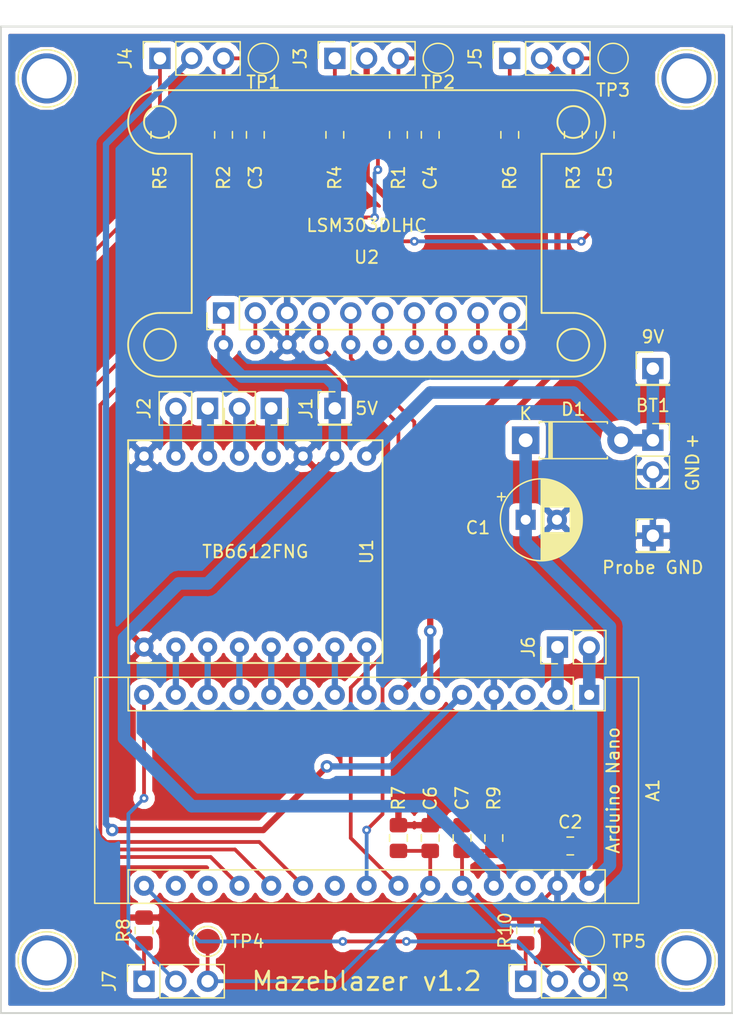
<source format=kicad_pcb>
(kicad_pcb (version 20171130) (host pcbnew 5.0.2-bee76a0~70~ubuntu18.04.1)
  (layers (0 F.Cu signal) (31 B.Cu signal) (34 B.Paste user) (35 F.Paste user) (36 B.SilkS user) (37 F.SilkS user) (38 B.Mask user) (39 F.Mask user) (44 Edge.Cuts user))
  (net 0 "")
  (net 1 "Net-(A1-Pad1)")
  (net 2 "Net-(A1-Pad17)")
  (net 3 "Net-(A1-Pad2)")
  (net 4 "Net-(A1-Pad18)")
  (net 5 "Net-(A1-Pad3)")
  (net 6 dist-sig-1)
  (net 7 dist-sig-2)
  (net 8 dist-led-1)
  (net 9 dist-sig-3)
  (net 10 dist-led-2)
  (net 11 dist-sig-4)
  (net 12 dist-led-3)
  (net 13 dist-sig-5)
  (net 14 dist-led-4)
  (net 15 dist-led-5)
  (net 16 +5V)
  (net 17 "Net-(A1-Pad28)")
  (net 18 GND)
  (net 19 +9V)
  (net 20 "Net-(J1-Pad1)")
  (net 21 "Net-(J1-Pad2)")
  (net 22 "Net-(J2-Pad2)")
  (net 23 "Net-(J2-Pad1)")
  (net 24 "Net-(J3-Pad1)")
  (net 25 "Net-(J4-Pad1)")
  (net 26 "Net-(J5-Pad1)")
  (net 27 "Net-(J7-Pad1)")
  (net 28 "Net-(J8-Pad1)")
  (net 29 "Net-(A1-Pad11)")
  (net 30 "Net-(A1-Pad14)")
  (net 31 "Net-(A1-Pad8)")
  (net 32 "Net-(A1-Pad9)")
  (net 33 "Net-(A1-Pad10)")
  (net 34 "Net-(A1-Pad12)")
  (net 35 "Net-(A1-Pad13)")
  (net 36 "Net-(A1-Pad22)")
  (net 37 IMU_SDA)
  (net 38 IMU_SCL)
  (net 39 V_a)
  (net 40 "Net-(U2-Pad2)")
  (net 41 "Net-(U2-Pad6)")
  (net 42 "Net-(U2-Pad7)")
  (net 43 "Net-(U2-Pad8)")
  (net 44 "Net-(U2-Pad9)")
  (net 45 "Net-(U2-Pad10)")
  (module Connector_PinHeader_2.54mm:PinHeader_1x01_P2.54mm_Vertical (layer F.Cu) (at 130.81 75.565)
    (fp_text reference "" (at 0 -2.33) (layer F.SilkS))
    (fp_text value "")
    (pad 1 thru_hole rect (at 0 0) (size 1.7 1.7) (drill 1) (layers *.Cu *.Mask) (net 19 +9V))
  )
  (module TestPoint:TestPoint_Pad_D2.0mm (layer F.Cu) (at 125.73 121.285)
    (fp_text reference TP5 (at 3.175 0) (layer F.SilkS))
    (fp_text value "")
    (pad 1 smd circle (at 0 0) (size 2 2) (layers F.Cu F.Mask) (net 13 dist-sig-5))
  )
  (module TestPoint:TestPoint_Pad_D2.0mm (layer F.Cu) (at 95.25 121.285)
    (fp_text reference TP4 (at 3.175 0) (layer F.SilkS))
    (fp_text value "")
    (pad 1 smd circle (at 0 0) (size 2 2) (layers F.Cu F.Mask) (net 11 dist-sig-4))
  )
  (module TestPoint:TestPoint_Pad_D2.0mm (layer F.Cu) (at 127.635 50.8)
    (fp_text reference TP3 (at 0 2.54) (layer F.SilkS))
    (fp_text value "")
    (pad 1 smd circle (at 0 0) (size 2 2) (layers F.Cu F.Mask) (net 9 dist-sig-3))
  )
  (module TestPoint:TestPoint_Pad_D2.0mm (layer F.Cu) (at 113.665 50.8)
    (fp_text reference TP2 (at 0 1.905) (layer F.SilkS))
    (fp_text value "")
    (pad 1 smd circle (at 0 0) (size 2 2) (layers F.Cu F.Mask) (net 7 dist-sig-2))
  )
  (module TestPoint:TestPoint_Plated_Hole_D3.0mm (layer F.Cu) (at 82.4 122.8)
    (fp_text reference "" (at 0 -3.048) (layer F.SilkS))
    (fp_text value "")
    (pad "" thru_hole circle (at 0 0) (size 4 4) (drill 3.2) (layers *.Cu *.Mask))
  )
  (module TestPoint:TestPoint_Plated_Hole_D3.0mm (layer F.Cu) (at 133.5 122.8)
    (fp_text reference "" (at 0 -3.048) (layer F.SilkS))
    (fp_text value "")
    (pad "" thru_hole circle (at 0 0) (size 4 4) (drill 3.2) (layers *.Cu *.Mask))
  )
  (module TestPoint:TestPoint_Plated_Hole_D3.0mm (layer F.Cu) (at 133.5 52.4)
    (fp_text reference "" (at 0 -3.048) (layer F.SilkS))
    (fp_text value "")
    (pad "" thru_hole circle (at 0 0) (size 4 4) (drill 3.2) (layers *.Cu *.Mask))
  )
  (module TestPoint:TestPoint_Plated_Hole_D3.0mm (layer F.Cu) (at 82.4 52.4)
    (fp_text reference "" (at 0 -3.048) (layer F.SilkS))
    (fp_text value "")
    (pad "" thru_hole circle (at 0 0) (size 4 4) (drill 3.2) (layers *.Cu *.Mask))
  )
  (module Module:Arduino_Nano (layer F.Cu) (at 125.73 101.6 270)
    (fp_text reference A1 (at 7.62 -5.08 270) (layer F.SilkS))
    (fp_text value Arduino_Nano_v3.x)
    (pad 1 thru_hole rect (at 0 0 270) (size 1.6 1.6) (drill 0.8) (layers *.Cu *.Mask) (net 1 "Net-(A1-Pad1)"))
    (pad 17 thru_hole oval (at 15.24 33.02 270) (size 1.6 1.6) (drill 0.8) (layers *.Cu *.Mask) (net 2 "Net-(A1-Pad17)"))
    (pad 2 thru_hole oval (at 0 2.54 270) (size 1.6 1.6) (drill 0.8) (layers *.Cu *.Mask) (net 3 "Net-(A1-Pad2)"))
    (pad 18 thru_hole oval (at 15.24 30.48 270) (size 1.6 1.6) (drill 0.8) (layers *.Cu *.Mask) (net 4 "Net-(A1-Pad18)"))
    (pad 3 thru_hole oval (at 0 5.08 270) (size 1.6 1.6) (drill 0.8) (layers *.Cu *.Mask) (net 5 "Net-(A1-Pad3)"))
    (pad 19 thru_hole oval (at 15.24 27.94 270) (size 1.6 1.6) (drill 0.8) (layers *.Cu *.Mask) (net 6 dist-sig-1))
    (pad 4 thru_hole oval (at 0 7.62 270) (size 1.6 1.6) (drill 0.8) (layers *.Cu *.Mask) (net 18 GND))
    (pad 20 thru_hole oval (at 15.24 25.4 270) (size 1.6 1.6) (drill 0.8) (layers *.Cu *.Mask) (net 7 dist-sig-2))
    (pad 5 thru_hole oval (at 0 10.16 270) (size 1.6 1.6) (drill 0.8) (layers *.Cu *.Mask) (net 8 dist-led-1))
    (pad 21 thru_hole oval (at 15.24 22.86 270) (size 1.6 1.6) (drill 0.8) (layers *.Cu *.Mask) (net 9 dist-sig-3))
    (pad 6 thru_hole oval (at 0 12.7 270) (size 1.6 1.6) (drill 0.8) (layers *.Cu *.Mask) (net 10 dist-led-2))
    (pad 22 thru_hole oval (at 15.24 20.32 270) (size 1.6 1.6) (drill 0.8) (layers *.Cu *.Mask) (net 36 "Net-(A1-Pad22)"))
    (pad 7 thru_hole oval (at 0 15.24 270) (size 1.6 1.6) (drill 0.8) (layers *.Cu *.Mask) (net 12 dist-led-3))
    (pad 23 thru_hole oval (at 15.24 17.78 270) (size 1.6 1.6) (drill 0.8) (layers *.Cu *.Mask) (net 37 IMU_SDA))
    (pad 8 thru_hole oval (at 0 17.78 270) (size 1.6 1.6) (drill 0.8) (layers *.Cu *.Mask) (net 31 "Net-(A1-Pad8)"))
    (pad 24 thru_hole oval (at 15.24 15.24 270) (size 1.6 1.6) (drill 0.8) (layers *.Cu *.Mask) (net 38 IMU_SCL))
    (pad 9 thru_hole oval (at 0 20.32 270) (size 1.6 1.6) (drill 0.8) (layers *.Cu *.Mask) (net 32 "Net-(A1-Pad9)"))
    (pad 25 thru_hole oval (at 15.24 12.7 270) (size 1.6 1.6) (drill 0.8) (layers *.Cu *.Mask) (net 11 dist-sig-4))
    (pad 10 thru_hole oval (at 0 22.86 270) (size 1.6 1.6) (drill 0.8) (layers *.Cu *.Mask) (net 33 "Net-(A1-Pad10)"))
    (pad 26 thru_hole oval (at 15.24 10.16 270) (size 1.6 1.6) (drill 0.8) (layers *.Cu *.Mask) (net 13 dist-sig-5))
    (pad 11 thru_hole oval (at 0 25.4 270) (size 1.6 1.6) (drill 0.8) (layers *.Cu *.Mask) (net 29 "Net-(A1-Pad11)"))
    (pad 27 thru_hole oval (at 15.24 7.62 270) (size 1.6 1.6) (drill 0.8) (layers *.Cu *.Mask) (net 16 +5V))
    (pad 12 thru_hole oval (at 0 27.94 270) (size 1.6 1.6) (drill 0.8) (layers *.Cu *.Mask) (net 34 "Net-(A1-Pad12)"))
    (pad 28 thru_hole oval (at 15.24 5.08 270) (size 1.6 1.6) (drill 0.8) (layers *.Cu *.Mask) (net 17 "Net-(A1-Pad28)"))
    (pad 13 thru_hole oval (at 0 30.48 270) (size 1.6 1.6) (drill 0.8) (layers *.Cu *.Mask) (net 35 "Net-(A1-Pad13)"))
    (pad 29 thru_hole oval (at 15.24 2.54 270) (size 1.6 1.6) (drill 0.8) (layers *.Cu *.Mask) (net 18 GND))
    (pad 14 thru_hole oval (at 0 33.02 270) (size 1.6 1.6) (drill 0.8) (layers *.Cu *.Mask) (net 30 "Net-(A1-Pad14)"))
    (pad 30 thru_hole oval (at 15.24 0 270) (size 1.6 1.6) (drill 0.8) (layers *.Cu *.Mask) (net 39 V_a))
    (pad 15 thru_hole oval (at 0 35.56 270) (size 1.6 1.6) (drill 0.8) (layers *.Cu *.Mask) (net 14 dist-led-4))
    (pad 16 thru_hole oval (at 15.24 35.56 270) (size 1.6 1.6) (drill 0.8) (layers *.Cu *.Mask) (net 15 dist-led-5))
  )
  (module Connector_PinSocket_2.54mm:PinSocket_1x02_P2.54mm_Vertical (layer F.Cu) (at 130.81 81.28)
    (fp_text reference BT1 (at 0 -2.77) (layer F.SilkS))
    (fp_text value Battery)
    (pad 1 thru_hole rect (at 0 0) (size 1.7 1.7) (drill 1) (layers *.Cu *.Mask) (net 19 +9V))
    (pad 2 thru_hole oval (at 0 2.54) (size 1.7 1.7) (drill 1) (layers *.Cu *.Mask) (net 18 GND))
  )
  (module Capacitor_THT:CP_Radial_D6.3mm_P2.50mm (layer F.Cu) (at 120.65 87.63)
    (fp_text reference C1 (at -3.81 0.635) (layer F.SilkS))
    (fp_text value 100u)
    (pad 1 thru_hole rect (at 0 0) (size 1.6 1.6) (drill 0.8) (layers *.Cu *.Mask) (net 39 V_a))
    (pad 2 thru_hole circle (at 2.5 0) (size 1.6 1.6) (drill 0.8) (layers *.Cu *.Mask) (net 18 GND))
  )
  (module Capacitor_SMD:C_0805_2012Metric_Pad1.15x1.40mm_HandSolder (layer F.Cu) (at 124.215 113.665 180)
    (fp_text reference C2 (at 0 1.905 180) (layer F.SilkS))
    (fp_text value 100n)
    (pad 2 smd roundrect (at 1.025 0 180) (size 1.15 1.4) (layers F.Cu F.Paste F.Mask) (roundrect_rratio 0.217391) (net 18 GND))
    (pad 1 smd roundrect (at -1.025 0 180) (size 1.15 1.4) (layers F.Cu F.Paste F.Mask) (roundrect_rratio 0.217391) (net 39 V_a))
  )
  (module Capacitor_SMD:C_0805_2012Metric_Pad1.15x1.40mm_HandSolder (layer F.Cu) (at 99.06 56.905 270)
    (fp_text reference C3 (at 3.42 0 270) (layer F.SilkS))
    (fp_text value 100n)
    (pad 1 smd roundrect (at -1.025 0 270) (size 1.15 1.4) (layers F.Cu F.Paste F.Mask) (roundrect_rratio 0.217391) (net 6 dist-sig-1))
    (pad 2 smd roundrect (at 1.025 0 270) (size 1.15 1.4) (layers F.Cu F.Paste F.Mask) (roundrect_rratio 0.217391) (net 18 GND))
  )
  (module Capacitor_SMD:C_0805_2012Metric_Pad1.15x1.40mm_HandSolder (layer F.Cu) (at 113.03 56.905 270)
    (fp_text reference C4 (at 3.42 0 270) (layer F.SilkS))
    (fp_text value 100n)
    (pad 1 smd roundrect (at -1.025 0 270) (size 1.15 1.4) (layers F.Cu F.Paste F.Mask) (roundrect_rratio 0.217391) (net 7 dist-sig-2))
    (pad 2 smd roundrect (at 1.025 0 270) (size 1.15 1.4) (layers F.Cu F.Paste F.Mask) (roundrect_rratio 0.217391) (net 18 GND))
  )
  (module Capacitor_SMD:C_0805_2012Metric_Pad1.15x1.40mm_HandSolder (layer F.Cu) (at 127 56.905 270)
    (fp_text reference C5 (at 3.42 0 270) (layer F.SilkS))
    (fp_text value 100n)
    (pad 2 smd roundrect (at 1.025 0 270) (size 1.15 1.4) (layers F.Cu F.Paste F.Mask) (roundrect_rratio 0.217391) (net 18 GND))
    (pad 1 smd roundrect (at -1.025 0 270) (size 1.15 1.4) (layers F.Cu F.Paste F.Mask) (roundrect_rratio 0.217391) (net 9 dist-sig-3))
  )
  (module Capacitor_SMD:C_0805_2012Metric_Pad1.15x1.40mm_HandSolder (layer F.Cu) (at 113.03 113.03 90)
    (fp_text reference C6 (at 3.175 0 90) (layer F.SilkS))
    (fp_text value 100n)
    (pad 1 smd roundrect (at -1.025 0 90) (size 1.15 1.4) (layers F.Cu F.Paste F.Mask) (roundrect_rratio 0.217391) (net 11 dist-sig-4))
    (pad 2 smd roundrect (at 1.025 0 90) (size 1.15 1.4) (layers F.Cu F.Paste F.Mask) (roundrect_rratio 0.217391) (net 18 GND))
  )
  (module Capacitor_SMD:C_0805_2012Metric_Pad1.15x1.40mm_HandSolder (layer F.Cu) (at 115.57 113.03 90)
    (fp_text reference C7 (at 3.175 0 90) (layer F.SilkS))
    (fp_text value 100n)
    (pad 2 smd roundrect (at 1.025 0 90) (size 1.15 1.4) (layers F.Cu F.Paste F.Mask) (roundrect_rratio 0.217391) (net 18 GND))
    (pad 1 smd roundrect (at -1.025 0 90) (size 1.15 1.4) (layers F.Cu F.Paste F.Mask) (roundrect_rratio 0.217391) (net 13 dist-sig-5))
  )
  (module Diode_THT:D_DO-41_SOD81_P7.62mm_Horizontal (layer F.Cu) (at 120.65 81.28)
    (fp_text reference D1 (at 3.81 -2.47) (layer F.SilkS))
    (fp_text value "1N5817 ")
    (fp_text user K (at 0 -2.1) (layer F.SilkS))
    (pad 1 thru_hole rect (at 0 0) (size 2.2 2.2) (drill 1.1) (layers *.Cu *.Mask) (net 39 V_a))
    (pad 2 thru_hole oval (at 7.62 0) (size 2.2 2.2) (drill 1.1) (layers *.Cu *.Mask) (net 19 +9V))
  )
  (module Connector_PinSocket_2.54mm:PinSocket_1x02_P2.54mm_Vertical (layer F.Cu) (at 100.33 78.74 270)
    (fp_text reference J1 (at 0 -2.77 270) (layer F.SilkS))
    (fp_text value M1)
    (pad 1 thru_hole rect (at 0 0 270) (size 1.7 1.7) (drill 1) (layers *.Cu *.Mask) (net 20 "Net-(J1-Pad1)"))
    (pad 2 thru_hole oval (at 0 2.54 270) (size 1.7 1.7) (drill 1) (layers *.Cu *.Mask) (net 21 "Net-(J1-Pad2)"))
  )
  (module Connector_PinSocket_2.54mm:PinSocket_1x02_P2.54mm_Vertical (layer F.Cu) (at 95.25 78.74 270)
    (fp_text reference J2 (at 0 5.08 270) (layer F.SilkS))
    (fp_text value M2)
    (pad 2 thru_hole oval (at 0 2.54 270) (size 1.7 1.7) (drill 1) (layers *.Cu *.Mask) (net 22 "Net-(J2-Pad2)"))
    (pad 1 thru_hole rect (at 0 0 270) (size 1.7 1.7) (drill 1) (layers *.Cu *.Mask) (net 23 "Net-(J2-Pad1)"))
  )
  (module Connector_PinSocket_2.54mm:PinSocket_1x03_P2.54mm_Vertical (layer F.Cu) (at 105.41 50.8 90)
    (fp_text reference J3 (at 0 -2.77 90) (layer F.SilkS))
    (fp_text value "sensor 2")
    (pad 1 thru_hole rect (at 0 0 90) (size 1.7 1.7) (drill 1) (layers *.Cu *.Mask) (net 24 "Net-(J3-Pad1)"))
    (pad 2 thru_hole oval (at 0 2.54 90) (size 1.7 1.7) (drill 1) (layers *.Cu *.Mask) (net 10 dist-led-2))
    (pad 3 thru_hole oval (at 0 5.08 90) (size 1.7 1.7) (drill 1) (layers *.Cu *.Mask) (net 7 dist-sig-2))
  )
  (module Connector_PinSocket_2.54mm:PinSocket_1x03_P2.54mm_Vertical (layer F.Cu) (at 91.44 50.8 90)
    (fp_text reference J4 (at 0 -2.77 90) (layer F.SilkS))
    (fp_text value "sensor 1")
    (pad 1 thru_hole rect (at 0 0 90) (size 1.7 1.7) (drill 1) (layers *.Cu *.Mask) (net 25 "Net-(J4-Pad1)"))
    (pad 2 thru_hole oval (at 0 2.54 90) (size 1.7 1.7) (drill 1) (layers *.Cu *.Mask) (net 8 dist-led-1))
    (pad 3 thru_hole oval (at 0 5.08 90) (size 1.7 1.7) (drill 1) (layers *.Cu *.Mask) (net 6 dist-sig-1))
  )
  (module Connector_PinSocket_2.54mm:PinSocket_1x03_P2.54mm_Vertical (layer F.Cu) (at 119.38 50.8 90)
    (fp_text reference J5 (at 0 -2.77 90) (layer F.SilkS))
    (fp_text value "sensor 3")
    (pad 3 thru_hole oval (at 0 5.08 90) (size 1.7 1.7) (drill 1) (layers *.Cu *.Mask) (net 9 dist-sig-3))
    (pad 2 thru_hole oval (at 0 2.54 90) (size 1.7 1.7) (drill 1) (layers *.Cu *.Mask) (net 12 dist-led-3))
    (pad 1 thru_hole rect (at 0 0 90) (size 1.7 1.7) (drill 1) (layers *.Cu *.Mask) (net 26 "Net-(J5-Pad1)"))
  )
  (module Connector_PinHeader_2.54mm:PinHeader_1x02_P2.54mm_Vertical (layer F.Cu) (at 123.19 97.79 90)
    (fp_text reference J6 (at 0 -2.33 90) (layer F.SilkS))
    (fp_text value TX/RX)
    (pad 1 thru_hole rect (at 0 0 90) (size 1.7 1.7) (drill 1) (layers *.Cu *.Mask) (net 3 "Net-(A1-Pad2)"))
    (pad 2 thru_hole oval (at 0 2.54 90) (size 1.7 1.7) (drill 1) (layers *.Cu *.Mask) (net 1 "Net-(A1-Pad1)"))
  )
  (module Connector_PinSocket_2.54mm:PinSocket_1x03_P2.54mm_Vertical (layer F.Cu) (at 90.17 124.46 90)
    (fp_text reference J7 (at 0 -2.77 90) (layer F.SilkS))
    (fp_text value "sensor 4")
    (pad 3 thru_hole oval (at 0 5.08 90) (size 1.7 1.7) (drill 1) (layers *.Cu *.Mask) (net 11 dist-sig-4))
    (pad 2 thru_hole oval (at 0 2.54 90) (size 1.7 1.7) (drill 1) (layers *.Cu *.Mask) (net 14 dist-led-4))
    (pad 1 thru_hole rect (at 0 0 90) (size 1.7 1.7) (drill 1) (layers *.Cu *.Mask) (net 27 "Net-(J7-Pad1)"))
  )
  (module Connector_PinSocket_2.54mm:PinSocket_1x03_P2.54mm_Vertical (layer F.Cu) (at 120.65 124.46 90)
    (fp_text reference J8 (at 0 7.62 90) (layer F.SilkS))
    (fp_text value "sensor 5")
    (pad 1 thru_hole rect (at 0 0 90) (size 1.7 1.7) (drill 1) (layers *.Cu *.Mask) (net 28 "Net-(J8-Pad1)"))
    (pad 2 thru_hole oval (at 0 2.54 90) (size 1.7 1.7) (drill 1) (layers *.Cu *.Mask) (net 15 dist-led-5))
    (pad 3 thru_hole oval (at 0 5.08 90) (size 1.7 1.7) (drill 1) (layers *.Cu *.Mask) (net 13 dist-sig-5))
  )
  (module Resistor_SMD:R_0805_2012Metric_Pad1.15x1.40mm_HandSolder (layer F.Cu) (at 110.49 56.905 90)
    (fp_text reference R1 (at -3.42 0 90) (layer F.SilkS))
    (fp_text value 1M)
    (pad 1 smd roundrect (at -1.025 0 90) (size 1.15 1.4) (layers F.Cu F.Paste F.Mask) (roundrect_rratio 0.217391) (net 18 GND))
    (pad 2 smd roundrect (at 1.025 0 90) (size 1.15 1.4) (layers F.Cu F.Paste F.Mask) (roundrect_rratio 0.217391) (net 7 dist-sig-2))
  )
  (module Resistor_SMD:R_0805_2012Metric_Pad1.15x1.40mm_HandSolder (layer F.Cu) (at 96.52 56.905 90)
    (fp_text reference R2 (at -3.42 0 90) (layer F.SilkS))
    (fp_text value 1M)
    (pad 2 smd roundrect (at 1.025 0 90) (size 1.15 1.4) (layers F.Cu F.Paste F.Mask) (roundrect_rratio 0.217391) (net 6 dist-sig-1))
    (pad 1 smd roundrect (at -1.025 0 90) (size 1.15 1.4) (layers F.Cu F.Paste F.Mask) (roundrect_rratio 0.217391) (net 18 GND))
  )
  (module Resistor_SMD:R_0805_2012Metric_Pad1.15x1.40mm_HandSolder (layer F.Cu) (at 124.46 56.905 90)
    (fp_text reference R3 (at -3.42 0 90) (layer F.SilkS))
    (fp_text value 1M)
    (pad 2 smd roundrect (at 1.025 0 90) (size 1.15 1.4) (layers F.Cu F.Paste F.Mask) (roundrect_rratio 0.217391) (net 9 dist-sig-3))
    (pad 1 smd roundrect (at -1.025 0 90) (size 1.15 1.4) (layers F.Cu F.Paste F.Mask) (roundrect_rratio 0.217391) (net 18 GND))
  )
  (module Resistor_SMD:R_0805_2012Metric_Pad1.15x1.40mm_HandSolder (layer F.Cu) (at 105.41 56.905 270)
    (fp_text reference R4 (at 3.42 0 270) (layer F.SilkS))
    (fp_text value 330)
    (pad 2 smd roundrect (at 1.025 0 270) (size 1.15 1.4) (layers F.Cu F.Paste F.Mask) (roundrect_rratio 0.217391) (net 18 GND))
    (pad 1 smd roundrect (at -1.025 0 270) (size 1.15 1.4) (layers F.Cu F.Paste F.Mask) (roundrect_rratio 0.217391) (net 24 "Net-(J3-Pad1)"))
  )
  (module Resistor_SMD:R_0805_2012Metric_Pad1.15x1.40mm_HandSolder (layer F.Cu) (at 91.44 56.905 270)
    (fp_text reference R5 (at 3.42 0 270) (layer F.SilkS))
    (fp_text value 330)
    (pad 1 smd roundrect (at -1.025 0 270) (size 1.15 1.4) (layers F.Cu F.Paste F.Mask) (roundrect_rratio 0.217391) (net 25 "Net-(J4-Pad1)"))
    (pad 2 smd roundrect (at 1.025 0 270) (size 1.15 1.4) (layers F.Cu F.Paste F.Mask) (roundrect_rratio 0.217391) (net 18 GND))
  )
  (module Resistor_SMD:R_0805_2012Metric_Pad1.15x1.40mm_HandSolder (layer F.Cu) (at 119.38 56.905 270)
    (fp_text reference R6 (at 3.42 0 270) (layer F.SilkS))
    (fp_text value 330)
    (pad 1 smd roundrect (at -1.025 0 270) (size 1.15 1.4) (layers F.Cu F.Paste F.Mask) (roundrect_rratio 0.217391) (net 26 "Net-(J5-Pad1)"))
    (pad 2 smd roundrect (at 1.025 0 270) (size 1.15 1.4) (layers F.Cu F.Paste F.Mask) (roundrect_rratio 0.217391) (net 18 GND))
  )
  (module Resistor_SMD:R_0805_2012Metric_Pad1.15x1.40mm_HandSolder (layer F.Cu) (at 110.49 113.03 270)
    (fp_text reference R7 (at -3.175 0 270) (layer F.SilkS))
    (fp_text value 1M)
    (pad 2 smd roundrect (at 1.025 0 270) (size 1.15 1.4) (layers F.Cu F.Paste F.Mask) (roundrect_rratio 0.217391) (net 11 dist-sig-4))
    (pad 1 smd roundrect (at -1.025 0 270) (size 1.15 1.4) (layers F.Cu F.Paste F.Mask) (roundrect_rratio 0.217391) (net 18 GND))
  )
  (module Resistor_SMD:R_0805_2012Metric_Pad1.15x1.40mm_HandSolder (layer F.Cu) (at 90.17 120.405 90)
    (fp_text reference R8 (at 0 -1.65 90) (layer F.SilkS))
    (fp_text value 330)
    (pad 1 smd roundrect (at -1.025 0 90) (size 1.15 1.4) (layers F.Cu F.Paste F.Mask) (roundrect_rratio 0.217391) (net 27 "Net-(J7-Pad1)"))
    (pad 2 smd roundrect (at 1.025 0 90) (size 1.15 1.4) (layers F.Cu F.Paste F.Mask) (roundrect_rratio 0.217391) (net 18 GND))
  )
  (module Resistor_SMD:R_0805_2012Metric_Pad1.15x1.40mm_HandSolder (layer F.Cu) (at 118.11 113.03 270)
    (fp_text reference R9 (at -3.175 0 270) (layer F.SilkS))
    (fp_text value 1M)
    (pad 1 smd roundrect (at -1.025 0 270) (size 1.15 1.4) (layers F.Cu F.Paste F.Mask) (roundrect_rratio 0.217391) (net 18 GND))
    (pad 2 smd roundrect (at 1.025 0 270) (size 1.15 1.4) (layers F.Cu F.Paste F.Mask) (roundrect_rratio 0.217391) (net 13 dist-sig-5))
  )
  (module Resistor_SMD:R_0805_2012Metric_Pad1.15x1.40mm_HandSolder (layer F.Cu) (at 120.65 120.405 90)
    (fp_text reference R10 (at 0 -1.65 90) (layer F.SilkS))
    (fp_text value 330)
    (pad 2 smd roundrect (at 1.025 0 90) (size 1.15 1.4) (layers F.Cu F.Paste F.Mask) (roundrect_rratio 0.217391) (net 18 GND))
    (pad 1 smd roundrect (at -1.025 0 90) (size 1.15 1.4) (layers F.Cu F.Paste F.Mask) (roundrect_rratio 0.217391) (net 28 "Net-(J8-Pad1)"))
  )
  (module "custom:TB6612FNG breakout" (layer F.Cu) (at 110.49 90.17 270)
    (fp_text reference U1 (at 0 2.54 270) (layer F.SilkS))
    (fp_text value TB6612FNG_Breakout)
    (pad 1 thru_hole circle (at -7.62 2.54 270) (size 1.524 1.524) (drill 0.762) (layers *.Cu *.Mask) (net 19 +9V))
    (pad 2 thru_hole circle (at -7.62 5.08 270) (size 1.524 1.524) (drill 0.762) (layers *.Cu *.Mask) (net 16 +5V))
    (pad 3 thru_hole circle (at -7.62 7.62 270) (size 1.524 1.524) (drill 0.762) (layers *.Cu *.Mask) (net 18 GND))
    (pad 4 thru_hole circle (at -7.62 10.16 270) (size 1.524 1.524) (drill 0.762) (layers *.Cu *.Mask) (net 20 "Net-(J1-Pad1)"))
    (pad 5 thru_hole circle (at -7.62 12.7 270) (size 1.524 1.524) (drill 0.762) (layers *.Cu *.Mask) (net 21 "Net-(J1-Pad2)"))
    (pad 6 thru_hole circle (at -7.62 15.24 270) (size 1.524 1.524) (drill 0.762) (layers *.Cu *.Mask) (net 23 "Net-(J2-Pad1)"))
    (pad 7 thru_hole circle (at -7.62 17.78 270) (size 1.524 1.524) (drill 0.762) (layers *.Cu *.Mask) (net 22 "Net-(J2-Pad2)"))
    (pad 8 thru_hole circle (at -7.62 20.32 270) (size 1.524 1.524) (drill 0.762) (layers *.Cu *.Mask) (net 18 GND))
    (pad 9 thru_hole circle (at 7.62 20.32 270) (size 1.524 1.524) (drill 0.762) (layers *.Cu *.Mask) (net 18 GND))
    (pad 10 thru_hole circle (at 7.62 17.78 270) (size 1.524 1.524) (drill 0.762) (layers *.Cu *.Mask) (net 30 "Net-(A1-Pad14)"))
    (pad 11 thru_hole circle (at 7.62 15.24 270) (size 1.524 1.524) (drill 0.762) (layers *.Cu *.Mask) (net 35 "Net-(A1-Pad13)"))
    (pad 12 thru_hole circle (at 7.62 12.7 270) (size 1.524 1.524) (drill 0.762) (layers *.Cu *.Mask) (net 34 "Net-(A1-Pad12)"))
    (pad 13 thru_hole circle (at 7.62 10.16 270) (size 1.524 1.524) (drill 0.762) (layers *.Cu *.Mask) (net 29 "Net-(A1-Pad11)"))
    (pad 14 thru_hole circle (at 7.62 7.62 270) (size 1.524 1.524) (drill 0.762) (layers *.Cu *.Mask) (net 33 "Net-(A1-Pad10)"))
    (pad 15 thru_hole circle (at 7.62 5.08 270) (size 1.524 1.524) (drill 0.762) (layers *.Cu *.Mask) (net 32 "Net-(A1-Pad9)"))
    (pad 16 thru_hole circle (at 7.62 2.54 270) (size 1.524 1.524) (drill 0.762) (layers *.Cu *.Mask) (net 31 "Net-(A1-Pad8)"))
  )
  (module custom:L3GD20_breakout (layer F.Cu) (at 107.95 64.77)
    (fp_text reference U2 (at 0 1.905) (layer F.SilkS))
    (fp_text value L3GD20_breakout)
    (pad 1 thru_hole circle (at -11.43 8.89) (size 1.524 1.524) (drill 0.762) (layers *.Cu *.Mask) (net 16 +5V))
    (pad 2 thru_hole circle (at -8.89 8.89) (size 1.524 1.524) (drill 0.762) (layers *.Cu *.Mask) (net 40 "Net-(U2-Pad2)"))
    (pad 3 thru_hole circle (at -6.35 8.89) (size 1.524 1.524) (drill 0.762) (layers *.Cu *.Mask) (net 18 GND))
    (pad 4 thru_hole circle (at -3.81 8.89) (size 1.524 1.524) (drill 0.762) (layers *.Cu *.Mask) (net 38 IMU_SCL))
    (pad 5 thru_hole circle (at -1.27 8.89) (size 1.524 1.524) (drill 0.762) (layers *.Cu *.Mask) (net 37 IMU_SDA))
    (pad 6 thru_hole circle (at 1.27 8.89) (size 1.524 1.524) (drill 0.762) (layers *.Cu *.Mask) (net 41 "Net-(U2-Pad6)"))
    (pad 7 thru_hole circle (at 3.81 8.89) (size 1.524 1.524) (drill 0.762) (layers *.Cu *.Mask) (net 42 "Net-(U2-Pad7)"))
    (pad 8 thru_hole circle (at 6.35 8.89) (size 1.524 1.524) (drill 0.762) (layers *.Cu *.Mask) (net 43 "Net-(U2-Pad8)"))
    (pad 9 thru_hole circle (at 8.89 8.89) (size 1.524 1.524) (drill 0.762) (layers *.Cu *.Mask) (net 44 "Net-(U2-Pad9)"))
    (pad 10 thru_hole circle (at 11.43 8.89) (size 1.524 1.524) (drill 0.762) (layers *.Cu *.Mask) (net 45 "Net-(U2-Pad10)"))
  )
  (module Connector_PinHeader_2.54mm:PinHeader_1x10_P2.54mm_Vertical (layer F.Cu) (at 96.52 71.12 90)
    (fp_text reference "" (at 0 -2.33 90) (layer F.SilkS))
    (fp_text value "")
    (pad 10 thru_hole oval (at 0 22.86 90) (size 1.7 1.7) (drill 1) (layers *.Cu *.Mask) (net 45 "Net-(U2-Pad10)"))
    (pad 9 thru_hole oval (at 0 20.32 90) (size 1.7 1.7) (drill 1) (layers *.Cu *.Mask) (net 44 "Net-(U2-Pad9)"))
    (pad 8 thru_hole oval (at 0 17.78 90) (size 1.7 1.7) (drill 1) (layers *.Cu *.Mask) (net 43 "Net-(U2-Pad8)"))
    (pad 7 thru_hole oval (at 0 15.24 90) (size 1.7 1.7) (drill 1) (layers *.Cu *.Mask) (net 42 "Net-(U2-Pad7)"))
    (pad 6 thru_hole oval (at 0 12.7 90) (size 1.7 1.7) (drill 1) (layers *.Cu *.Mask) (net 41 "Net-(U2-Pad6)"))
    (pad 5 thru_hole oval (at 0 10.16 90) (size 1.7 1.7) (drill 1) (layers *.Cu *.Mask) (net 37 IMU_SDA))
    (pad 4 thru_hole oval (at 0 7.62 90) (size 1.7 1.7) (drill 1) (layers *.Cu *.Mask) (net 38 IMU_SCL))
    (pad 3 thru_hole oval (at 0 5.08 90) (size 1.7 1.7) (drill 1) (layers *.Cu *.Mask) (net 18 GND))
    (pad 2 thru_hole oval (at 0 2.54 90) (size 1.7 1.7) (drill 1) (layers *.Cu *.Mask) (net 40 "Net-(U2-Pad2)"))
    (pad 1 thru_hole rect (at 0 0 90) (size 1.7 1.7) (drill 1) (layers *.Cu *.Mask) (net 16 +5V))
  )
  (module Connector_PinHeader_2.54mm:PinHeader_1x01_P2.54mm_Vertical (layer F.Cu) (at 130.81 88.9)
    (fp_text reference "" (at 0 -2.33) (layer F.SilkS))
    (fp_text value "")
    (pad 1 thru_hole rect (at 0 0) (size 1.7 1.7) (drill 1) (layers *.Cu *.Mask) (net 18 GND))
  )
  (module TestPoint:TestPoint_Pad_D2.0mm (layer F.Cu) (at 99.695 50.8)
    (fp_text reference TP1 (at 0 1.905) (layer F.SilkS))
    (fp_text value "")
    (pad 1 smd circle (at 0 0) (size 2 2) (layers F.Cu F.Mask) (net 6 dist-sig-1))
  )
  (module Connector_PinHeader_2.54mm:PinHeader_1x01_P2.54mm_Vertical (layer F.Cu) (at 105.41 78.74)
    (fp_text reference 5V (at 2.54 0) (layer F.SilkS))
    (fp_text value "")
    (pad 1 thru_hole rect (at 0 0) (size 1.7 1.7) (drill 1) (layers *.Cu *.Mask) (net 16 +5V))
  )
  (gr_text 9V (at 130.81 73.025) (layer F.SilkS) (effects (font (size 1 1))))
  (gr_text "Probe GND" (at 130.81 91.44) (layer F.SilkS) (effects (font (size 1 1))))
  (gr_text "Mazeblazer v1.2" (at 107.95 124.46) (layer F.SilkS) (effects (font (size 1.5 1.5) (thickness 0.2))))
  (gr_text LSM303DLHC (at 107.95 64.135) (layer F.SilkS) (effects (font (size 1 1))))
  (gr_text "Arduino Nano" (at 127.635 109.22 90) (layer F.SilkS) (effects (font (size 1 1))))
  (gr_text TB6612FNG (at 99.06 90.17) (layer F.SilkS) (effects (font (size 1 1))))
  (gr_text GND (at 133.985 83.82 90) (layer F.SilkS) (effects (font (size 1 1))))
  (gr_text + (at 133.985 81.28) (layer F.SilkS) (effects (font (size 1 1))))
  (gr_line (start 137.16 48.26) (end 137.16 127) (layer Edge.Cuts) (width 0.15))
  (gr_line (start 78.74 48.26) (end 137.16 48.26) (layer Edge.Cuts) (width 0.15))
  (gr_line (start 137.16 127) (end 78.74 127) (layer Edge.Cuts) (width 0.15))
  (gr_line (start 78.74 127) (end 78.74 48.26) (layer Edge.Cuts) (width 0.15))
  (segment (start 125.73 101.6) (end 125.73 97.79) (width 1) (layer B.Cu) (net 1))
  (segment (start 123.19 101.6) (end 123.19 97.79) (width 1) (layer B.Cu) (net 3))
  (segment (start 96.52 55.88) (end 96.52 50.8) (width 0.3) (layer F.Cu) (net 6))
  (segment (start 96.52 55.88) (end 99.06 55.88) (width 0.3) (layer F.Cu) (net 6))
  (segment (start 85.479979 113.348065) (end 85.479979 66.920021) (width 0.3) (layer F.Cu) (net 6))
  (segment (start 85.479979 66.920021) (end 96.52 55.88) (width 0.3) (layer F.Cu) (net 6))
  (segment (start 86.676933 114.545019) (end 85.479979 113.348065) (width 0.3) (layer F.Cu) (net 6))
  (segment (start 97.79 116.84) (end 95.49502 114.54502) (width 0.3) (layer F.Cu) (net 6))
  (segment (start 95.49502 114.54502) (end 86.676933 114.545019) (width 0.3) (layer F.Cu) (net 6))
  (segment (start 96.52 50.8) (end 99.695 50.8) (width 0.3) (layer F.Cu) (net 6))
  (segment (start 110.49 55.88) (end 110.49 50.8) (width 0.3) (layer F.Cu) (net 7))
  (segment (start 110.49 55.88) (end 113.03 55.88) (width 0.3) (layer F.Cu) (net 7))
  (segment (start 86.079989 113.099533) (end 86.079989 77.115011) (width 0.3) (layer F.Cu) (net 7))
  (segment (start 86.925466 113.94501) (end 86.079989 113.099533) (width 0.3) (layer F.Cu) (net 7))
  (segment (start 100.33 116.84) (end 97.435011 113.945011) (width 0.3) (layer F.Cu) (net 7))
  (segment (start 97.435011 113.945011) (end 86.925466 113.94501) (width 0.3) (layer F.Cu) (net 7))
  (via (at 108.585 63.5) (size 0.7) (drill 0.3) (layers F.Cu B.Cu) (net 7))
  (segment (start 86.079989 77.115011) (end 99.695 63.5) (width 0.3) (layer F.Cu) (net 7))
  (segment (start 99.695 63.5) (end 108.585 63.5) (width 0.3) (layer F.Cu) (net 7))
  (via (at 108.85 59.69) (size 0.7) (drill 0.3) (layers F.Cu B.Cu) (net 7))
  (segment (start 108.585 63.5) (end 108.585 59.955) (width 0.3) (layer B.Cu) (net 7))
  (segment (start 108.585 59.955) (end 108.85 59.69) (width 0.3) (layer B.Cu) (net 7))
  (segment (start 108.85 57.52) (end 110.49 55.88) (width 0.3) (layer F.Cu) (net 7))
  (segment (start 108.85 59.69) (end 108.85 57.52) (width 0.3) (layer F.Cu) (net 7))
  (segment (start 110.49 50.8) (end 113.665 50.8) (width 0.3) (layer F.Cu) (net 7))
  (via (at 104.775 107.315) (size 1) (drill 0.5) (layers F.Cu B.Cu) (net 8))
  (segment (start 109.855 107.315) (end 115.57 101.6) (width 0.5) (layer B.Cu) (net 8))
  (segment (start 104.775 107.315) (end 109.855 107.315) (width 0.5) (layer B.Cu) (net 8))
  (segment (start 99.695 112.395) (end 88.337106 112.395) (width 0.5) (layer F.Cu) (net 8))
  (segment (start 104.775 107.315) (end 99.695 112.395) (width 0.5) (layer F.Cu) (net 8))
  (segment (start 87.130001 111.895001) (end 87.63 112.395) (width 0.5) (layer B.Cu) (net 8))
  (segment (start 87.130001 57.649999) (end 87.130001 111.895001) (width 0.5) (layer B.Cu) (net 8))
  (segment (start 93.98 50.8) (end 87.130001 57.649999) (width 0.5) (layer B.Cu) (net 8))
  (segment (start 88.337106 112.395) (end 87.63 112.395) (width 0.5) (layer F.Cu) (net 8))
  (via (at 87.63 112.395) (size 1) (drill 0.5) (layers F.Cu B.Cu) (net 8))
  (segment (start 124.46 55.88) (end 124.46 50.8) (width 0.3) (layer F.Cu) (net 9))
  (segment (start 124.46 55.88) (end 127 55.88) (width 0.3) (layer F.Cu) (net 9))
  (via (at 125.095 65.405) (size 0.7) (drill 0.3) (layers F.Cu B.Cu) (net 9))
  (segment (start 125.083372 56.503372) (end 124.46 55.88) (width 0.3) (layer F.Cu) (net 9))
  (segment (start 125.84999 57.26999) (end 125.083372 56.503372) (width 0.3) (layer F.Cu) (net 9))
  (segment (start 125.84999 64.65001) (end 125.84999 57.26999) (width 0.3) (layer F.Cu) (net 9))
  (segment (start 125.095 65.405) (end 125.84999 64.65001) (width 0.3) (layer F.Cu) (net 9))
  (via (at 111.76 65.405) (size 0.7) (drill 0.3) (layers F.Cu B.Cu) (net 9))
  (segment (start 86.679999 112.851001) (end 86.679999 78.449999) (width 0.3) (layer F.Cu) (net 9))
  (segment (start 125.095 65.405) (end 111.76 65.405) (width 0.3) (layer B.Cu) (net 9))
  (segment (start 99.375001 113.345001) (end 87.173999 113.345001) (width 0.3) (layer F.Cu) (net 9))
  (segment (start 102.87 116.84) (end 99.375001 113.345001) (width 0.3) (layer F.Cu) (net 9))
  (segment (start 86.679999 78.449999) (end 99.724998 65.405) (width 0.3) (layer F.Cu) (net 9))
  (segment (start 87.173999 113.345001) (end 86.679999 112.851001) (width 0.3) (layer F.Cu) (net 9))
  (segment (start 111.265026 65.405) (end 111.76 65.405) (width 0.3) (layer F.Cu) (net 9))
  (segment (start 99.724998 65.405) (end 111.265026 65.405) (width 0.3) (layer F.Cu) (net 9))
  (segment (start 124.46 50.8) (end 127.635 50.8) (width 0.3) (layer F.Cu) (net 9))
  (via (at 113.03 96.52) (size 1) (drill 0.5) (layers F.Cu B.Cu) (net 10))
  (segment (start 113.03 96.52) (end 113.03 101.6) (width 0.5) (layer B.Cu) (net 10))
  (segment (start 107.95 50.8) (end 107.95 60.325) (width 0.5) (layer F.Cu) (net 10))
  (segment (start 113.03 83.185) (end 113.03 96.52) (width 0.5) (layer F.Cu) (net 10))
  (segment (start 107.95 60.325) (end 111.76 64.135) (width 0.5) (layer F.Cu) (net 10))
  (segment (start 111.76 64.135) (end 116.84 64.135) (width 0.5) (layer F.Cu) (net 10))
  (segment (start 121.92 69.215) (end 121.92 74.295) (width 0.5) (layer F.Cu) (net 10))
  (segment (start 116.84 64.135) (end 121.92 69.215) (width 0.5) (layer F.Cu) (net 10))
  (segment (start 121.92 74.295) (end 113.03 83.185) (width 0.5) (layer F.Cu) (net 10))
  (segment (start 105.41 124.46) (end 113.03 116.84) (width 0.3) (layer B.Cu) (net 11))
  (segment (start 95.25 124.46) (end 105.41 124.46) (width 0.3) (layer B.Cu) (net 11))
  (segment (start 113.03 116.84) (end 113.03 114.055) (width 0.3) (layer F.Cu) (net 11))
  (segment (start 113.03 114.055) (end 110.49 114.055) (width 0.3) (layer F.Cu) (net 11))
  (segment (start 95.25 121.285) (end 95.25 124.46) (width 0.3) (layer F.Cu) (net 11))
  (segment (start 114.3 97.79) (end 111.289999 100.800001) (width 0.5) (layer F.Cu) (net 12))
  (segment (start 114.3 84.439998) (end 114.3 97.79) (width 0.5) (layer F.Cu) (net 12))
  (segment (start 123.19 75.549998) (end 114.3 84.439998) (width 0.5) (layer F.Cu) (net 12))
  (segment (start 121.92 50.8) (end 123.19 52.07) (width 0.5) (layer F.Cu) (net 12))
  (segment (start 111.289999 100.800001) (end 110.49 101.6) (width 0.5) (layer F.Cu) (net 12))
  (segment (start 123.19 52.07) (end 123.19 75.549998) (width 0.5) (layer F.Cu) (net 12))
  (segment (start 115.57 116.84) (end 115.57 114.055) (width 0.3) (layer F.Cu) (net 13))
  (segment (start 115.57 114.055) (end 118.11 114.055) (width 0.3) (layer F.Cu) (net 13))
  (segment (start 118.745 120.015) (end 115.57 116.84) (width 0.3) (layer B.Cu) (net 13))
  (segment (start 121.92 120.015) (end 118.745 120.015) (width 0.3) (layer B.Cu) (net 13))
  (segment (start 125.73 124.46) (end 125.73 123.825) (width 0.3) (layer B.Cu) (net 13))
  (segment (start 125.73 123.825) (end 121.92 120.015) (width 0.3) (layer B.Cu) (net 13))
  (segment (start 125.73 124.46) (end 125.73 121.285) (width 0.3) (layer F.Cu) (net 13))
  (via (at 90.17 109.855) (size 0.7) (drill 0.3) (layers F.Cu B.Cu) (net 14))
  (segment (start 88.919999 111.105001) (end 90.17 109.855) (width 0.3) (layer B.Cu) (net 14))
  (segment (start 92.71 124.46) (end 88.919999 120.669999) (width 0.3) (layer B.Cu) (net 14))
  (segment (start 88.919999 120.669999) (end 88.919999 111.105001) (width 0.3) (layer B.Cu) (net 14))
  (segment (start 90.17 109.855) (end 90.17 101.6) (width 0.3) (layer F.Cu) (net 14))
  (segment (start 111.619974 121.285) (end 111.125 121.285) (width 0.3) (layer B.Cu) (net 15))
  (segment (start 123.19 124.46) (end 120.015 121.285) (width 0.3) (layer B.Cu) (net 15))
  (via (at 111.125 121.285) (size 0.7) (drill 0.3) (layers F.Cu B.Cu) (net 15))
  (segment (start 120.015 121.285) (end 111.619974 121.285) (width 0.3) (layer B.Cu) (net 15))
  (segment (start 94.615 121.285) (end 105.550026 121.285) (width 0.3) (layer B.Cu) (net 15))
  (segment (start 105.550026 121.285) (end 106.045 121.285) (width 0.3) (layer B.Cu) (net 15))
  (segment (start 110.630026 121.285) (end 106.045 121.285) (width 0.3) (layer F.Cu) (net 15))
  (via (at 106.045 121.285) (size 0.7) (drill 0.3) (layers F.Cu B.Cu) (net 15))
  (segment (start 90.17 116.84) (end 94.615 121.285) (width 0.3) (layer B.Cu) (net 15))
  (segment (start 111.125 121.285) (end 110.630026 121.285) (width 0.3) (layer F.Cu) (net 15))
  (segment (start 95.25 92.71) (end 105.41 82.55) (width 1) (layer B.Cu) (net 16))
  (segment (start 118.11 115.70863) (end 112.89137 110.49) (width 1) (layer B.Cu) (net 16))
  (segment (start 88.569999 105.079999) (end 88.569999 97.078239) (width 1) (layer B.Cu) (net 16))
  (segment (start 92.938238 92.71) (end 95.25 92.71) (width 1) (layer B.Cu) (net 16))
  (segment (start 88.569999 97.078239) (end 92.938238 92.71) (width 1) (layer B.Cu) (net 16))
  (segment (start 118.11 116.84) (end 118.11 115.70863) (width 1) (layer B.Cu) (net 16))
  (segment (start 112.89137 110.49) (end 93.98 110.49) (width 1) (layer B.Cu) (net 16))
  (segment (start 93.98 110.49) (end 88.569999 105.079999) (width 1) (layer B.Cu) (net 16))
  (segment (start 96.52 73.66) (end 96.52 71.12) (width 0.3) (layer F.Cu) (net 16))
  (segment (start 105.41 82.55) (end 105.41 78.74) (width 1) (layer B.Cu) (net 16))
  (segment (start 96.52 74.73763) (end 96.52 73.66) (width 1) (layer B.Cu) (net 16))
  (segment (start 97.98237 76.2) (end 96.52 74.73763) (width 1) (layer B.Cu) (net 16))
  (segment (start 105.41 76.89) (end 104.72 76.2) (width 1) (layer B.Cu) (net 16))
  (segment (start 104.72 76.2) (end 97.98237 76.2) (width 1) (layer B.Cu) (net 16))
  (segment (start 105.41 78.74) (end 105.41 76.89) (width 1) (layer B.Cu) (net 16))
  (segment (start 90.17 119.38) (end 120.65 119.38) (width 0.3) (layer F.Cu) (net 18))
  (segment (start 120.65 119.38) (end 123.19 116.84) (width 0.3) (layer F.Cu) (net 18))
  (segment (start 123.19 116.84) (end 123.19 113.665) (width 0.3) (layer F.Cu) (net 18))
  (segment (start 123.19 113.665) (end 123.19 112.395) (width 0.3) (layer F.Cu) (net 18))
  (segment (start 122.8 112.005) (end 118.11 112.005) (width 0.3) (layer F.Cu) (net 18))
  (segment (start 123.19 112.395) (end 122.8 112.005) (width 0.3) (layer F.Cu) (net 18))
  (segment (start 118.11 112.005) (end 115.57 112.005) (width 0.3) (layer F.Cu) (net 18))
  (segment (start 115.57 112.005) (end 113.03 112.005) (width 0.3) (layer F.Cu) (net 18))
  (segment (start 113.03 112.005) (end 110.49 112.005) (width 0.3) (layer F.Cu) (net 18))
  (segment (start 101.6 73.66) (end 101.6 71.12) (width 0.3) (layer F.Cu) (net 18))
  (segment (start 128.27 81.28) (end 130.81 81.28) (width 1) (layer B.Cu) (net 19))
  (segment (start 124.46 77.47) (end 128.27 81.28) (width 1) (layer B.Cu) (net 19))
  (segment (start 107.95 82.55) (end 113.03 77.47) (width 1) (layer B.Cu) (net 19))
  (segment (start 113.03 77.47) (end 124.46 77.47) (width 1) (layer B.Cu) (net 19))
  (segment (start 130.81 75.565) (end 130.81 81.28) (width 1) (layer B.Cu) (net 19))
  (segment (start 100.33 78.74) (end 100.33 82.55) (width 1) (layer B.Cu) (net 20))
  (segment (start 97.79 78.74) (end 97.79 82.55) (width 1) (layer B.Cu) (net 21))
  (segment (start 92.71 78.74) (end 92.71 82.55) (width 1) (layer B.Cu) (net 22))
  (segment (start 95.25 78.74) (end 95.25 82.55) (width 1) (layer B.Cu) (net 23))
  (segment (start 105.41 51.95) (end 105.41 55.88) (width 0.3) (layer F.Cu) (net 24))
  (segment (start 105.41 50.8) (end 105.41 51.95) (width 0.3) (layer F.Cu) (net 24))
  (segment (start 91.44 55.88) (end 91.44 50.8) (width 0.3) (layer F.Cu) (net 25))
  (segment (start 119.38 55.88) (end 119.38 50.8) (width 0.3) (layer F.Cu) (net 26))
  (segment (start 90.17 124.46) (end 90.17 121.43) (width 0.3) (layer F.Cu) (net 27))
  (segment (start 120.65 124.46) (end 120.65 121.43) (width 0.3) (layer F.Cu) (net 28))
  (segment (start 100.33 101.6) (end 100.33 97.79) (width 0.5) (layer B.Cu) (net 29))
  (segment (start 92.71 101.6) (end 92.71 97.79) (width 0.5) (layer B.Cu) (net 30))
  (segment (start 107.95 101.6) (end 107.95 97.79) (width 0.5) (layer B.Cu) (net 31))
  (segment (start 105.41 101.6) (end 105.41 97.79) (width 0.5) (layer B.Cu) (net 32))
  (segment (start 102.87 101.6) (end 102.87 97.79) (width 0.5) (layer B.Cu) (net 33))
  (segment (start 97.79 101.6) (end 97.79 97.79) (width 0.5) (layer B.Cu) (net 34))
  (segment (start 95.25 101.6) (end 95.25 97.79) (width 0.5) (layer B.Cu) (net 35))
  (via (at 107.95 112.395) (size 0.7) (drill 0.3) (layers F.Cu B.Cu) (net 37))
  (segment (start 109.200001 111.144999) (end 107.95 112.395) (width 0.3) (layer F.Cu) (net 37))
  (segment (start 107.95 112.395) (end 107.95 116.84) (width 0.3) (layer B.Cu) (net 37))
  (segment (start 106.68 73.66) (end 106.68 71.12) (width 0.3) (layer F.Cu) (net 37))
  (segment (start 106.68 74.73763) (end 111.76 79.81763) (width 0.3) (layer F.Cu) (net 37))
  (segment (start 106.68 73.66) (end 106.68 74.73763) (width 0.3) (layer F.Cu) (net 37))
  (segment (start 111.76 79.81763) (end 111.76 98.425) (width 0.3) (layer F.Cu) (net 37))
  (segment (start 111.76 98.425) (end 109.22 100.965) (width 0.3) (layer F.Cu) (net 37))
  (segment (start 109.22 100.965) (end 109.22 111.125) (width 0.3) (layer F.Cu) (net 37))
  (segment (start 104.14 73.66) (end 104.14 71.12) (width 0.3) (layer F.Cu) (net 38))
  (segment (start 109.690001 116.040001) (end 110.49 116.84) (width 0.3) (layer F.Cu) (net 38))
  (segment (start 106.68 113.03) (end 109.690001 116.040001) (width 0.3) (layer F.Cu) (net 38))
  (segment (start 106.68 101.019998) (end 106.68 113.03) (width 0.3) (layer F.Cu) (net 38))
  (segment (start 110.49 97.209998) (end 106.68 101.019998) (width 0.3) (layer F.Cu) (net 38))
  (segment (start 104.14 73.66) (end 110.49 80.01) (width 0.3) (layer F.Cu) (net 38))
  (segment (start 110.49 80.01) (end 110.49 97.209998) (width 0.3) (layer F.Cu) (net 38))
  (segment (start 126.529999 116.040001) (end 125.73 116.84) (width 1) (layer B.Cu) (net 39))
  (segment (start 127.380001 115.189999) (end 126.529999 116.040001) (width 1) (layer B.Cu) (net 39))
  (segment (start 127.380001 96.160001) (end 127.380001 115.189999) (width 1) (layer B.Cu) (net 39))
  (segment (start 120.65 89.43) (end 127.380001 96.160001) (width 1) (layer B.Cu) (net 39))
  (segment (start 120.65 87.63) (end 120.65 89.43) (width 1) (layer B.Cu) (net 39))
  (segment (start 120.65 87.63) (end 120.65 81.28) (width 1) (layer B.Cu) (net 39))
  (segment (start 125.24 116.35) (end 125.73 116.84) (width 0.5) (layer F.Cu) (net 39))
  (segment (start 125.24 113.665) (end 125.24 116.35) (width 0.5) (layer F.Cu) (net 39))
  (segment (start 99.06 73.66) (end 99.06 71.12) (width 0.3) (layer F.Cu) (net 40))
  (segment (start 109.22 73.66) (end 109.22 71.12) (width 0.3) (layer F.Cu) (net 41))
  (segment (start 111.76 73.66) (end 111.76 71.12) (width 0.3) (layer F.Cu) (net 42))
  (segment (start 114.3 73.66) (end 114.3 71.12) (width 0.3) (layer F.Cu) (net 43))
  (segment (start 116.84 73.66) (end 116.84 71.12) (width 0.3) (layer F.Cu) (net 44))
  (segment (start 119.38 73.66) (end 119.38 71.12) (width 0.3) (layer F.Cu) (net 45))
  (zone (net 18) (net_name GND) (layer B.Cu) (connect_pads (clearance 0.508)) (min_thickness 0.254) (fill yes (arc_segments 16) (thermal_gap 0.508) (thermal_bridge_width 0.508))
    (polygon (pts (xy 78.74 48.26) (xy 137.16 48.26) (xy 137.16 127) (xy 78.74 127)))
  )
  (zone (net 18) (net_name GND) (layer F.Cu) (connect_pads (clearance 0.508)) (min_thickness 0.254) (fill yes (arc_segments 16) (thermal_gap 0.508) (thermal_bridge_width 0.508))
    (polygon (pts (xy 78.74 48.26) (xy 137.16 48.26) (xy 137.16 127) (xy 78.74 127)))
  )
)
</source>
